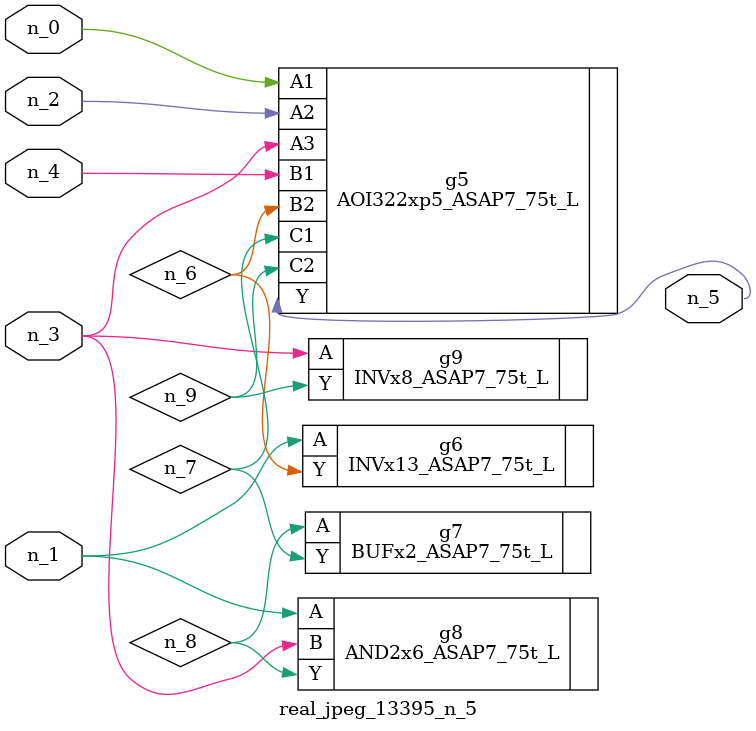
<source format=v>
module real_jpeg_13395_n_5 (n_4, n_0, n_1, n_2, n_3, n_5);

input n_4;
input n_0;
input n_1;
input n_2;
input n_3;

output n_5;

wire n_8;
wire n_6;
wire n_7;
wire n_9;

AOI322xp5_ASAP7_75t_L g5 ( 
.A1(n_0),
.A2(n_2),
.A3(n_3),
.B1(n_4),
.B2(n_6),
.C1(n_7),
.C2(n_9),
.Y(n_5)
);

INVx13_ASAP7_75t_L g6 ( 
.A(n_1),
.Y(n_6)
);

AND2x6_ASAP7_75t_L g8 ( 
.A(n_1),
.B(n_3),
.Y(n_8)
);

INVx8_ASAP7_75t_L g9 ( 
.A(n_3),
.Y(n_9)
);

BUFx2_ASAP7_75t_L g7 ( 
.A(n_8),
.Y(n_7)
);


endmodule
</source>
